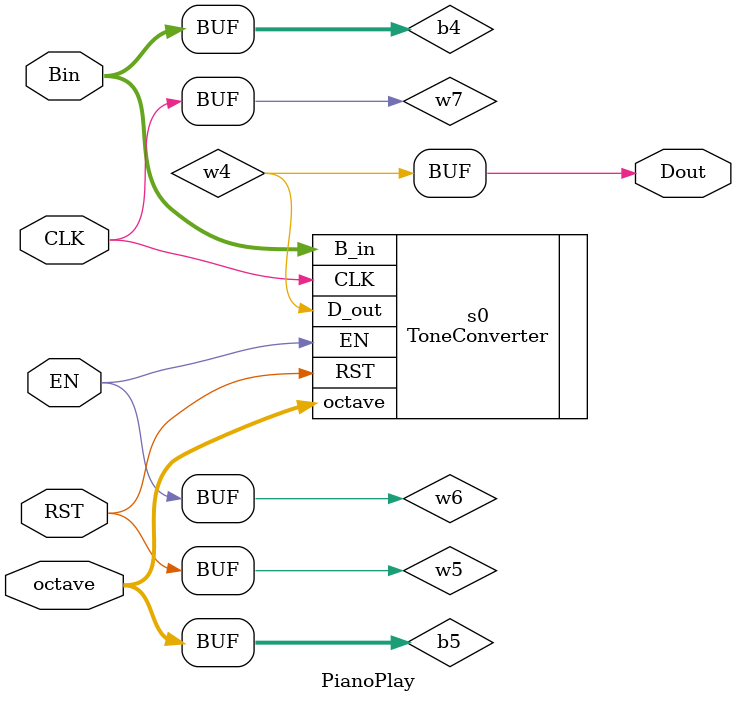
<source format=v>
module PianoPlay(RST,CLK,Bin,EN,Dout,octave);

input RST;
input CLK;
input [3:0] Bin;
input EN;
output Dout;
input [2:0] octave;

wire  w4;
wire  w5;
wire  w6;
wire  w7;
wire [3:0] b4;
wire [2:0] b5;

assign w5 = RST;
assign w7 = CLK;
assign b4 = Bin;
assign w6 = EN;
assign Dout = w4;
assign b5 = octave;

ToneConverter
     s0 (
      .D_out(w4),
      .RST(w5),
      .EN(w6),
      .CLK(w7),
      .B_in(b4),
      .octave(b5));

endmodule


</source>
